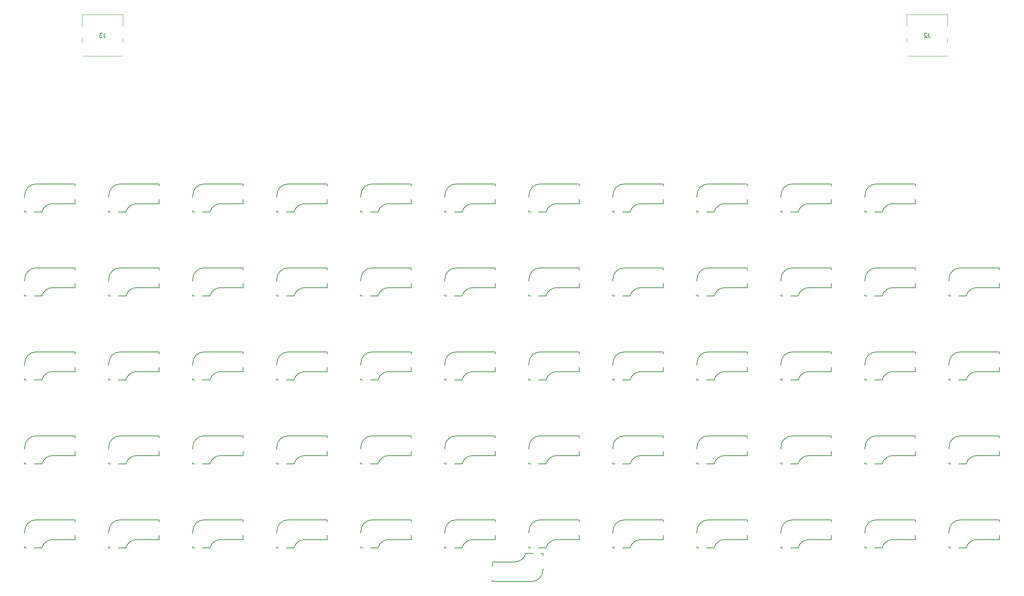
<source format=gbo>
G04 #@! TF.GenerationSoftware,KiCad,Pcbnew,(5.1.5)-3*
G04 #@! TF.CreationDate,2020-11-24T12:45:19-08:00*
G04 #@! TF.ProjectId,framework,6672616d-6577-46f7-926b-2e6b69636164,rev?*
G04 #@! TF.SameCoordinates,Original*
G04 #@! TF.FileFunction,Legend,Bot*
G04 #@! TF.FilePolarity,Positive*
%FSLAX46Y46*%
G04 Gerber Fmt 4.6, Leading zero omitted, Abs format (unit mm)*
G04 Created by KiCad (PCBNEW (5.1.5)-3) date 2020-11-24 12:45:19*
%MOMM*%
%LPD*%
G04 APERTURE LIST*
%ADD10C,0.150000*%
%ADD11C,0.120000*%
G04 APERTURE END LIST*
D10*
X424180000Y-69215000D02*
X424180000Y-69596000D01*
X415290000Y-69215000D02*
X424180000Y-69215000D01*
X412750000Y-71755000D02*
X412750000Y-72136000D01*
X413131000Y-75565000D02*
X412750000Y-75565000D01*
X416635838Y-75565000D02*
X414909000Y-75565000D01*
X424180000Y-73660000D02*
X419100000Y-73660000D01*
X424180000Y-72644000D02*
X424180000Y-73660000D01*
X416635838Y-75583960D02*
G75*
G02X419100000Y-73660000I2464162J-616040D01*
G01*
X412750000Y-75184000D02*
X412750000Y-75565000D01*
X412750000Y-71755000D02*
G75*
G02X415290000Y-69215000I2540000J0D01*
G01*
X424180000Y-88265000D02*
X424180000Y-88646000D01*
X415290000Y-88265000D02*
X424180000Y-88265000D01*
X412750000Y-90805000D02*
X412750000Y-91186000D01*
X413131000Y-94615000D02*
X412750000Y-94615000D01*
X416635838Y-94615000D02*
X414909000Y-94615000D01*
X424180000Y-92710000D02*
X419100000Y-92710000D01*
X424180000Y-91694000D02*
X424180000Y-92710000D01*
X416635838Y-94633960D02*
G75*
G02X419100000Y-92710000I2464162J-616040D01*
G01*
X412750000Y-94234000D02*
X412750000Y-94615000D01*
X412750000Y-90805000D02*
G75*
G02X415290000Y-88265000I2540000J0D01*
G01*
X538480000Y-31115000D02*
X538480000Y-31496000D01*
X529590000Y-31115000D02*
X538480000Y-31115000D01*
X527050000Y-33655000D02*
X527050000Y-34036000D01*
X527431000Y-37465000D02*
X527050000Y-37465000D01*
X530935838Y-37465000D02*
X529209000Y-37465000D01*
X538480000Y-35560000D02*
X533400000Y-35560000D01*
X538480000Y-34544000D02*
X538480000Y-35560000D01*
X530935838Y-37483960D02*
G75*
G02X533400000Y-35560000I2464162J-616040D01*
G01*
X527050000Y-37084000D02*
X527050000Y-37465000D01*
X527050000Y-33655000D02*
G75*
G02X529590000Y-31115000I2540000J0D01*
G01*
X405130000Y-50165000D02*
X405130000Y-50546000D01*
X396240000Y-50165000D02*
X405130000Y-50165000D01*
X393700000Y-52705000D02*
X393700000Y-53086000D01*
X394081000Y-56515000D02*
X393700000Y-56515000D01*
X397585838Y-56515000D02*
X395859000Y-56515000D01*
X405130000Y-54610000D02*
X400050000Y-54610000D01*
X405130000Y-53594000D02*
X405130000Y-54610000D01*
X397585838Y-56533960D02*
G75*
G02X400050000Y-54610000I2464162J-616040D01*
G01*
X393700000Y-56134000D02*
X393700000Y-56515000D01*
X393700000Y-52705000D02*
G75*
G02X396240000Y-50165000I2540000J0D01*
G01*
D11*
X330551000Y26383000D02*
X339741000Y26383000D01*
X330671000Y16973000D02*
X339621000Y16973000D01*
X339741000Y23653000D02*
X339741000Y26383000D01*
X330551000Y23653000D02*
X330551000Y26383000D01*
X339741000Y20053000D02*
X339741000Y20953000D01*
X330551000Y20053000D02*
X330551000Y20953000D01*
D10*
X423545000Y-102235000D02*
X423545000Y-101854000D01*
X432435000Y-102235000D02*
X423545000Y-102235000D01*
X434975000Y-99695000D02*
X434975000Y-99314000D01*
X434594000Y-95885000D02*
X434975000Y-95885000D01*
X431089162Y-95885000D02*
X432816000Y-95885000D01*
X423545000Y-97790000D02*
X428625000Y-97790000D01*
X423545000Y-98806000D02*
X423545000Y-97790000D01*
X431089162Y-95866040D02*
G75*
G02X428625000Y-97790000I-2464162J616040D01*
G01*
X434975000Y-96266000D02*
X434975000Y-95885000D01*
X434975000Y-99695000D02*
G75*
G02X432435000Y-102235000I-2540000J0D01*
G01*
X538480000Y-88265000D02*
X538480000Y-88646000D01*
X529590000Y-88265000D02*
X538480000Y-88265000D01*
X527050000Y-90805000D02*
X527050000Y-91186000D01*
X527431000Y-94615000D02*
X527050000Y-94615000D01*
X530935838Y-94615000D02*
X529209000Y-94615000D01*
X538480000Y-92710000D02*
X533400000Y-92710000D01*
X538480000Y-91694000D02*
X538480000Y-92710000D01*
X530935838Y-94633960D02*
G75*
G02X533400000Y-92710000I2464162J-616040D01*
G01*
X527050000Y-94234000D02*
X527050000Y-94615000D01*
X527050000Y-90805000D02*
G75*
G02X529590000Y-88265000I2540000J0D01*
G01*
X538480000Y-69215000D02*
X538480000Y-69596000D01*
X529590000Y-69215000D02*
X538480000Y-69215000D01*
X527050000Y-71755000D02*
X527050000Y-72136000D01*
X527431000Y-75565000D02*
X527050000Y-75565000D01*
X530935838Y-75565000D02*
X529209000Y-75565000D01*
X538480000Y-73660000D02*
X533400000Y-73660000D01*
X538480000Y-72644000D02*
X538480000Y-73660000D01*
X530935838Y-75583960D02*
G75*
G02X533400000Y-73660000I2464162J-616040D01*
G01*
X527050000Y-75184000D02*
X527050000Y-75565000D01*
X527050000Y-71755000D02*
G75*
G02X529590000Y-69215000I2540000J0D01*
G01*
X538480000Y-50165000D02*
X538480000Y-50546000D01*
X529590000Y-50165000D02*
X538480000Y-50165000D01*
X527050000Y-52705000D02*
X527050000Y-53086000D01*
X527431000Y-56515000D02*
X527050000Y-56515000D01*
X530935838Y-56515000D02*
X529209000Y-56515000D01*
X538480000Y-54610000D02*
X533400000Y-54610000D01*
X538480000Y-53594000D02*
X538480000Y-54610000D01*
X530935838Y-56533960D02*
G75*
G02X533400000Y-54610000I2464162J-616040D01*
G01*
X527050000Y-56134000D02*
X527050000Y-56515000D01*
X527050000Y-52705000D02*
G75*
G02X529590000Y-50165000I2540000J0D01*
G01*
X424180000Y-50165000D02*
X424180000Y-50546000D01*
X415290000Y-50165000D02*
X424180000Y-50165000D01*
X412750000Y-52705000D02*
X412750000Y-53086000D01*
X413131000Y-56515000D02*
X412750000Y-56515000D01*
X416635838Y-56515000D02*
X414909000Y-56515000D01*
X424180000Y-54610000D02*
X419100000Y-54610000D01*
X424180000Y-53594000D02*
X424180000Y-54610000D01*
X416635838Y-56533960D02*
G75*
G02X419100000Y-54610000I2464162J-616040D01*
G01*
X412750000Y-56134000D02*
X412750000Y-56515000D01*
X412750000Y-52705000D02*
G75*
G02X415290000Y-50165000I2540000J0D01*
G01*
X424180000Y-31115000D02*
X424180000Y-31496000D01*
X415290000Y-31115000D02*
X424180000Y-31115000D01*
X412750000Y-33655000D02*
X412750000Y-34036000D01*
X413131000Y-37465000D02*
X412750000Y-37465000D01*
X416635838Y-37465000D02*
X414909000Y-37465000D01*
X424180000Y-35560000D02*
X419100000Y-35560000D01*
X424180000Y-34544000D02*
X424180000Y-35560000D01*
X416635838Y-37483960D02*
G75*
G02X419100000Y-35560000I2464162J-616040D01*
G01*
X412750000Y-37084000D02*
X412750000Y-37465000D01*
X412750000Y-33655000D02*
G75*
G02X415290000Y-31115000I2540000J0D01*
G01*
X424180000Y-12065000D02*
X424180000Y-12446000D01*
X415290000Y-12065000D02*
X424180000Y-12065000D01*
X412750000Y-14605000D02*
X412750000Y-14986000D01*
X413131000Y-18415000D02*
X412750000Y-18415000D01*
X416635838Y-18415000D02*
X414909000Y-18415000D01*
X424180000Y-16510000D02*
X419100000Y-16510000D01*
X424180000Y-15494000D02*
X424180000Y-16510000D01*
X416635838Y-18433960D02*
G75*
G02X419100000Y-16510000I2464162J-616040D01*
G01*
X412750000Y-18034000D02*
X412750000Y-18415000D01*
X412750000Y-14605000D02*
G75*
G02X415290000Y-12065000I2540000J0D01*
G01*
X519430000Y-88265000D02*
X519430000Y-88646000D01*
X510540000Y-88265000D02*
X519430000Y-88265000D01*
X508000000Y-90805000D02*
X508000000Y-91186000D01*
X508381000Y-94615000D02*
X508000000Y-94615000D01*
X511885838Y-94615000D02*
X510159000Y-94615000D01*
X519430000Y-92710000D02*
X514350000Y-92710000D01*
X519430000Y-91694000D02*
X519430000Y-92710000D01*
X511885838Y-94633960D02*
G75*
G02X514350000Y-92710000I2464162J-616040D01*
G01*
X508000000Y-94234000D02*
X508000000Y-94615000D01*
X508000000Y-90805000D02*
G75*
G02X510540000Y-88265000I2540000J0D01*
G01*
X405130000Y-88265000D02*
X405130000Y-88646000D01*
X396240000Y-88265000D02*
X405130000Y-88265000D01*
X393700000Y-90805000D02*
X393700000Y-91186000D01*
X394081000Y-94615000D02*
X393700000Y-94615000D01*
X397585838Y-94615000D02*
X395859000Y-94615000D01*
X405130000Y-92710000D02*
X400050000Y-92710000D01*
X405130000Y-91694000D02*
X405130000Y-92710000D01*
X397585838Y-94633960D02*
G75*
G02X400050000Y-92710000I2464162J-616040D01*
G01*
X393700000Y-94234000D02*
X393700000Y-94615000D01*
X393700000Y-90805000D02*
G75*
G02X396240000Y-88265000I2540000J0D01*
G01*
X519430000Y-69215000D02*
X519430000Y-69596000D01*
X510540000Y-69215000D02*
X519430000Y-69215000D01*
X508000000Y-71755000D02*
X508000000Y-72136000D01*
X508381000Y-75565000D02*
X508000000Y-75565000D01*
X511885838Y-75565000D02*
X510159000Y-75565000D01*
X519430000Y-73660000D02*
X514350000Y-73660000D01*
X519430000Y-72644000D02*
X519430000Y-73660000D01*
X511885838Y-75583960D02*
G75*
G02X514350000Y-73660000I2464162J-616040D01*
G01*
X508000000Y-75184000D02*
X508000000Y-75565000D01*
X508000000Y-71755000D02*
G75*
G02X510540000Y-69215000I2540000J0D01*
G01*
X405130000Y-69215000D02*
X405130000Y-69596000D01*
X396240000Y-69215000D02*
X405130000Y-69215000D01*
X393700000Y-71755000D02*
X393700000Y-72136000D01*
X394081000Y-75565000D02*
X393700000Y-75565000D01*
X397585838Y-75565000D02*
X395859000Y-75565000D01*
X405130000Y-73660000D02*
X400050000Y-73660000D01*
X405130000Y-72644000D02*
X405130000Y-73660000D01*
X397585838Y-75583960D02*
G75*
G02X400050000Y-73660000I2464162J-616040D01*
G01*
X393700000Y-75184000D02*
X393700000Y-75565000D01*
X393700000Y-71755000D02*
G75*
G02X396240000Y-69215000I2540000J0D01*
G01*
X519430000Y-50165000D02*
X519430000Y-50546000D01*
X510540000Y-50165000D02*
X519430000Y-50165000D01*
X508000000Y-52705000D02*
X508000000Y-53086000D01*
X508381000Y-56515000D02*
X508000000Y-56515000D01*
X511885838Y-56515000D02*
X510159000Y-56515000D01*
X519430000Y-54610000D02*
X514350000Y-54610000D01*
X519430000Y-53594000D02*
X519430000Y-54610000D01*
X511885838Y-56533960D02*
G75*
G02X514350000Y-54610000I2464162J-616040D01*
G01*
X508000000Y-56134000D02*
X508000000Y-56515000D01*
X508000000Y-52705000D02*
G75*
G02X510540000Y-50165000I2540000J0D01*
G01*
X519430000Y-31115000D02*
X519430000Y-31496000D01*
X510540000Y-31115000D02*
X519430000Y-31115000D01*
X508000000Y-33655000D02*
X508000000Y-34036000D01*
X508381000Y-37465000D02*
X508000000Y-37465000D01*
X511885838Y-37465000D02*
X510159000Y-37465000D01*
X519430000Y-35560000D02*
X514350000Y-35560000D01*
X519430000Y-34544000D02*
X519430000Y-35560000D01*
X511885838Y-37483960D02*
G75*
G02X514350000Y-35560000I2464162J-616040D01*
G01*
X508000000Y-37084000D02*
X508000000Y-37465000D01*
X508000000Y-33655000D02*
G75*
G02X510540000Y-31115000I2540000J0D01*
G01*
X405130000Y-31115000D02*
X405130000Y-31496000D01*
X396240000Y-31115000D02*
X405130000Y-31115000D01*
X393700000Y-33655000D02*
X393700000Y-34036000D01*
X394081000Y-37465000D02*
X393700000Y-37465000D01*
X397585838Y-37465000D02*
X395859000Y-37465000D01*
X405130000Y-35560000D02*
X400050000Y-35560000D01*
X405130000Y-34544000D02*
X405130000Y-35560000D01*
X397585838Y-37483960D02*
G75*
G02X400050000Y-35560000I2464162J-616040D01*
G01*
X393700000Y-37084000D02*
X393700000Y-37465000D01*
X393700000Y-33655000D02*
G75*
G02X396240000Y-31115000I2540000J0D01*
G01*
X519430000Y-12065000D02*
X519430000Y-12446000D01*
X510540000Y-12065000D02*
X519430000Y-12065000D01*
X508000000Y-14605000D02*
X508000000Y-14986000D01*
X508381000Y-18415000D02*
X508000000Y-18415000D01*
X511885838Y-18415000D02*
X510159000Y-18415000D01*
X519430000Y-16510000D02*
X514350000Y-16510000D01*
X519430000Y-15494000D02*
X519430000Y-16510000D01*
X511885838Y-18433960D02*
G75*
G02X514350000Y-16510000I2464162J-616040D01*
G01*
X508000000Y-18034000D02*
X508000000Y-18415000D01*
X508000000Y-14605000D02*
G75*
G02X510540000Y-12065000I2540000J0D01*
G01*
X405130000Y-12065000D02*
X405130000Y-12446000D01*
X396240000Y-12065000D02*
X405130000Y-12065000D01*
X393700000Y-14605000D02*
X393700000Y-14986000D01*
X394081000Y-18415000D02*
X393700000Y-18415000D01*
X397585838Y-18415000D02*
X395859000Y-18415000D01*
X405130000Y-16510000D02*
X400050000Y-16510000D01*
X405130000Y-15494000D02*
X405130000Y-16510000D01*
X397585838Y-18433960D02*
G75*
G02X400050000Y-16510000I2464162J-616040D01*
G01*
X393700000Y-18034000D02*
X393700000Y-18415000D01*
X393700000Y-14605000D02*
G75*
G02X396240000Y-12065000I2540000J0D01*
G01*
X500380000Y-88265000D02*
X500380000Y-88646000D01*
X491490000Y-88265000D02*
X500380000Y-88265000D01*
X488950000Y-90805000D02*
X488950000Y-91186000D01*
X489331000Y-94615000D02*
X488950000Y-94615000D01*
X492835838Y-94615000D02*
X491109000Y-94615000D01*
X500380000Y-92710000D02*
X495300000Y-92710000D01*
X500380000Y-91694000D02*
X500380000Y-92710000D01*
X492835838Y-94633960D02*
G75*
G02X495300000Y-92710000I2464162J-616040D01*
G01*
X488950000Y-94234000D02*
X488950000Y-94615000D01*
X488950000Y-90805000D02*
G75*
G02X491490000Y-88265000I2540000J0D01*
G01*
X386080000Y-88265000D02*
X386080000Y-88646000D01*
X377190000Y-88265000D02*
X386080000Y-88265000D01*
X374650000Y-90805000D02*
X374650000Y-91186000D01*
X375031000Y-94615000D02*
X374650000Y-94615000D01*
X378535838Y-94615000D02*
X376809000Y-94615000D01*
X386080000Y-92710000D02*
X381000000Y-92710000D01*
X386080000Y-91694000D02*
X386080000Y-92710000D01*
X378535838Y-94633960D02*
G75*
G02X381000000Y-92710000I2464162J-616040D01*
G01*
X374650000Y-94234000D02*
X374650000Y-94615000D01*
X374650000Y-90805000D02*
G75*
G02X377190000Y-88265000I2540000J0D01*
G01*
X500380000Y-69215000D02*
X500380000Y-69596000D01*
X491490000Y-69215000D02*
X500380000Y-69215000D01*
X488950000Y-71755000D02*
X488950000Y-72136000D01*
X489331000Y-75565000D02*
X488950000Y-75565000D01*
X492835838Y-75565000D02*
X491109000Y-75565000D01*
X500380000Y-73660000D02*
X495300000Y-73660000D01*
X500380000Y-72644000D02*
X500380000Y-73660000D01*
X492835838Y-75583960D02*
G75*
G02X495300000Y-73660000I2464162J-616040D01*
G01*
X488950000Y-75184000D02*
X488950000Y-75565000D01*
X488950000Y-71755000D02*
G75*
G02X491490000Y-69215000I2540000J0D01*
G01*
X386080000Y-69215000D02*
X386080000Y-69596000D01*
X377190000Y-69215000D02*
X386080000Y-69215000D01*
X374650000Y-71755000D02*
X374650000Y-72136000D01*
X375031000Y-75565000D02*
X374650000Y-75565000D01*
X378535838Y-75565000D02*
X376809000Y-75565000D01*
X386080000Y-73660000D02*
X381000000Y-73660000D01*
X386080000Y-72644000D02*
X386080000Y-73660000D01*
X378535838Y-75583960D02*
G75*
G02X381000000Y-73660000I2464162J-616040D01*
G01*
X374650000Y-75184000D02*
X374650000Y-75565000D01*
X374650000Y-71755000D02*
G75*
G02X377190000Y-69215000I2540000J0D01*
G01*
X500380000Y-50165000D02*
X500380000Y-50546000D01*
X491490000Y-50165000D02*
X500380000Y-50165000D01*
X488950000Y-52705000D02*
X488950000Y-53086000D01*
X489331000Y-56515000D02*
X488950000Y-56515000D01*
X492835838Y-56515000D02*
X491109000Y-56515000D01*
X500380000Y-54610000D02*
X495300000Y-54610000D01*
X500380000Y-53594000D02*
X500380000Y-54610000D01*
X492835838Y-56533960D02*
G75*
G02X495300000Y-54610000I2464162J-616040D01*
G01*
X488950000Y-56134000D02*
X488950000Y-56515000D01*
X488950000Y-52705000D02*
G75*
G02X491490000Y-50165000I2540000J0D01*
G01*
X386080000Y-50165000D02*
X386080000Y-50546000D01*
X377190000Y-50165000D02*
X386080000Y-50165000D01*
X374650000Y-52705000D02*
X374650000Y-53086000D01*
X375031000Y-56515000D02*
X374650000Y-56515000D01*
X378535838Y-56515000D02*
X376809000Y-56515000D01*
X386080000Y-54610000D02*
X381000000Y-54610000D01*
X386080000Y-53594000D02*
X386080000Y-54610000D01*
X378535838Y-56533960D02*
G75*
G02X381000000Y-54610000I2464162J-616040D01*
G01*
X374650000Y-56134000D02*
X374650000Y-56515000D01*
X374650000Y-52705000D02*
G75*
G02X377190000Y-50165000I2540000J0D01*
G01*
X500380000Y-31115000D02*
X500380000Y-31496000D01*
X491490000Y-31115000D02*
X500380000Y-31115000D01*
X488950000Y-33655000D02*
X488950000Y-34036000D01*
X489331000Y-37465000D02*
X488950000Y-37465000D01*
X492835838Y-37465000D02*
X491109000Y-37465000D01*
X500380000Y-35560000D02*
X495300000Y-35560000D01*
X500380000Y-34544000D02*
X500380000Y-35560000D01*
X492835838Y-37483960D02*
G75*
G02X495300000Y-35560000I2464162J-616040D01*
G01*
X488950000Y-37084000D02*
X488950000Y-37465000D01*
X488950000Y-33655000D02*
G75*
G02X491490000Y-31115000I2540000J0D01*
G01*
X386080000Y-31115000D02*
X386080000Y-31496000D01*
X377190000Y-31115000D02*
X386080000Y-31115000D01*
X374650000Y-33655000D02*
X374650000Y-34036000D01*
X375031000Y-37465000D02*
X374650000Y-37465000D01*
X378535838Y-37465000D02*
X376809000Y-37465000D01*
X386080000Y-35560000D02*
X381000000Y-35560000D01*
X386080000Y-34544000D02*
X386080000Y-35560000D01*
X378535838Y-37483960D02*
G75*
G02X381000000Y-35560000I2464162J-616040D01*
G01*
X374650000Y-37084000D02*
X374650000Y-37465000D01*
X374650000Y-33655000D02*
G75*
G02X377190000Y-31115000I2540000J0D01*
G01*
X500380000Y-12065000D02*
X500380000Y-12446000D01*
X491490000Y-12065000D02*
X500380000Y-12065000D01*
X488950000Y-14605000D02*
X488950000Y-14986000D01*
X489331000Y-18415000D02*
X488950000Y-18415000D01*
X492835838Y-18415000D02*
X491109000Y-18415000D01*
X500380000Y-16510000D02*
X495300000Y-16510000D01*
X500380000Y-15494000D02*
X500380000Y-16510000D01*
X492835838Y-18433960D02*
G75*
G02X495300000Y-16510000I2464162J-616040D01*
G01*
X488950000Y-18034000D02*
X488950000Y-18415000D01*
X488950000Y-14605000D02*
G75*
G02X491490000Y-12065000I2540000J0D01*
G01*
X386080000Y-12065000D02*
X386080000Y-12446000D01*
X377190000Y-12065000D02*
X386080000Y-12065000D01*
X374650000Y-14605000D02*
X374650000Y-14986000D01*
X375031000Y-18415000D02*
X374650000Y-18415000D01*
X378535838Y-18415000D02*
X376809000Y-18415000D01*
X386080000Y-16510000D02*
X381000000Y-16510000D01*
X386080000Y-15494000D02*
X386080000Y-16510000D01*
X378535838Y-18433960D02*
G75*
G02X381000000Y-16510000I2464162J-616040D01*
G01*
X374650000Y-18034000D02*
X374650000Y-18415000D01*
X374650000Y-14605000D02*
G75*
G02X377190000Y-12065000I2540000J0D01*
G01*
X481330000Y-88265000D02*
X481330000Y-88646000D01*
X472440000Y-88265000D02*
X481330000Y-88265000D01*
X469900000Y-90805000D02*
X469900000Y-91186000D01*
X470281000Y-94615000D02*
X469900000Y-94615000D01*
X473785838Y-94615000D02*
X472059000Y-94615000D01*
X481330000Y-92710000D02*
X476250000Y-92710000D01*
X481330000Y-91694000D02*
X481330000Y-92710000D01*
X473785838Y-94633960D02*
G75*
G02X476250000Y-92710000I2464162J-616040D01*
G01*
X469900000Y-94234000D02*
X469900000Y-94615000D01*
X469900000Y-90805000D02*
G75*
G02X472440000Y-88265000I2540000J0D01*
G01*
X367030000Y-88265000D02*
X367030000Y-88646000D01*
X358140000Y-88265000D02*
X367030000Y-88265000D01*
X355600000Y-90805000D02*
X355600000Y-91186000D01*
X355981000Y-94615000D02*
X355600000Y-94615000D01*
X359485838Y-94615000D02*
X357759000Y-94615000D01*
X367030000Y-92710000D02*
X361950000Y-92710000D01*
X367030000Y-91694000D02*
X367030000Y-92710000D01*
X359485838Y-94633960D02*
G75*
G02X361950000Y-92710000I2464162J-616040D01*
G01*
X355600000Y-94234000D02*
X355600000Y-94615000D01*
X355600000Y-90805000D02*
G75*
G02X358140000Y-88265000I2540000J0D01*
G01*
X481330000Y-69215000D02*
X481330000Y-69596000D01*
X472440000Y-69215000D02*
X481330000Y-69215000D01*
X469900000Y-71755000D02*
X469900000Y-72136000D01*
X470281000Y-75565000D02*
X469900000Y-75565000D01*
X473785838Y-75565000D02*
X472059000Y-75565000D01*
X481330000Y-73660000D02*
X476250000Y-73660000D01*
X481330000Y-72644000D02*
X481330000Y-73660000D01*
X473785838Y-75583960D02*
G75*
G02X476250000Y-73660000I2464162J-616040D01*
G01*
X469900000Y-75184000D02*
X469900000Y-75565000D01*
X469900000Y-71755000D02*
G75*
G02X472440000Y-69215000I2540000J0D01*
G01*
X367030000Y-69215000D02*
X367030000Y-69596000D01*
X358140000Y-69215000D02*
X367030000Y-69215000D01*
X355600000Y-71755000D02*
X355600000Y-72136000D01*
X355981000Y-75565000D02*
X355600000Y-75565000D01*
X359485838Y-75565000D02*
X357759000Y-75565000D01*
X367030000Y-73660000D02*
X361950000Y-73660000D01*
X367030000Y-72644000D02*
X367030000Y-73660000D01*
X359485838Y-75583960D02*
G75*
G02X361950000Y-73660000I2464162J-616040D01*
G01*
X355600000Y-75184000D02*
X355600000Y-75565000D01*
X355600000Y-71755000D02*
G75*
G02X358140000Y-69215000I2540000J0D01*
G01*
X481330000Y-50165000D02*
X481330000Y-50546000D01*
X472440000Y-50165000D02*
X481330000Y-50165000D01*
X469900000Y-52705000D02*
X469900000Y-53086000D01*
X470281000Y-56515000D02*
X469900000Y-56515000D01*
X473785838Y-56515000D02*
X472059000Y-56515000D01*
X481330000Y-54610000D02*
X476250000Y-54610000D01*
X481330000Y-53594000D02*
X481330000Y-54610000D01*
X473785838Y-56533960D02*
G75*
G02X476250000Y-54610000I2464162J-616040D01*
G01*
X469900000Y-56134000D02*
X469900000Y-56515000D01*
X469900000Y-52705000D02*
G75*
G02X472440000Y-50165000I2540000J0D01*
G01*
X367030000Y-50165000D02*
X367030000Y-50546000D01*
X358140000Y-50165000D02*
X367030000Y-50165000D01*
X355600000Y-52705000D02*
X355600000Y-53086000D01*
X355981000Y-56515000D02*
X355600000Y-56515000D01*
X359485838Y-56515000D02*
X357759000Y-56515000D01*
X367030000Y-54610000D02*
X361950000Y-54610000D01*
X367030000Y-53594000D02*
X367030000Y-54610000D01*
X359485838Y-56533960D02*
G75*
G02X361950000Y-54610000I2464162J-616040D01*
G01*
X355600000Y-56134000D02*
X355600000Y-56515000D01*
X355600000Y-52705000D02*
G75*
G02X358140000Y-50165000I2540000J0D01*
G01*
X481330000Y-31115000D02*
X481330000Y-31496000D01*
X472440000Y-31115000D02*
X481330000Y-31115000D01*
X469900000Y-33655000D02*
X469900000Y-34036000D01*
X470281000Y-37465000D02*
X469900000Y-37465000D01*
X473785838Y-37465000D02*
X472059000Y-37465000D01*
X481330000Y-35560000D02*
X476250000Y-35560000D01*
X481330000Y-34544000D02*
X481330000Y-35560000D01*
X473785838Y-37483960D02*
G75*
G02X476250000Y-35560000I2464162J-616040D01*
G01*
X469900000Y-37084000D02*
X469900000Y-37465000D01*
X469900000Y-33655000D02*
G75*
G02X472440000Y-31115000I2540000J0D01*
G01*
X367030000Y-31115000D02*
X367030000Y-31496000D01*
X358140000Y-31115000D02*
X367030000Y-31115000D01*
X355600000Y-33655000D02*
X355600000Y-34036000D01*
X355981000Y-37465000D02*
X355600000Y-37465000D01*
X359485838Y-37465000D02*
X357759000Y-37465000D01*
X367030000Y-35560000D02*
X361950000Y-35560000D01*
X367030000Y-34544000D02*
X367030000Y-35560000D01*
X359485838Y-37483960D02*
G75*
G02X361950000Y-35560000I2464162J-616040D01*
G01*
X355600000Y-37084000D02*
X355600000Y-37465000D01*
X355600000Y-33655000D02*
G75*
G02X358140000Y-31115000I2540000J0D01*
G01*
X481330000Y-12065000D02*
X481330000Y-12446000D01*
X472440000Y-12065000D02*
X481330000Y-12065000D01*
X469900000Y-14605000D02*
X469900000Y-14986000D01*
X470281000Y-18415000D02*
X469900000Y-18415000D01*
X473785838Y-18415000D02*
X472059000Y-18415000D01*
X481330000Y-16510000D02*
X476250000Y-16510000D01*
X481330000Y-15494000D02*
X481330000Y-16510000D01*
X473785838Y-18433960D02*
G75*
G02X476250000Y-16510000I2464162J-616040D01*
G01*
X469900000Y-18034000D02*
X469900000Y-18415000D01*
X469900000Y-14605000D02*
G75*
G02X472440000Y-12065000I2540000J0D01*
G01*
X367030000Y-12065000D02*
X367030000Y-12446000D01*
X358140000Y-12065000D02*
X367030000Y-12065000D01*
X355600000Y-14605000D02*
X355600000Y-14986000D01*
X355981000Y-18415000D02*
X355600000Y-18415000D01*
X359485838Y-18415000D02*
X357759000Y-18415000D01*
X367030000Y-16510000D02*
X361950000Y-16510000D01*
X367030000Y-15494000D02*
X367030000Y-16510000D01*
X359485838Y-18433960D02*
G75*
G02X361950000Y-16510000I2464162J-616040D01*
G01*
X355600000Y-18034000D02*
X355600000Y-18415000D01*
X355600000Y-14605000D02*
G75*
G02X358140000Y-12065000I2540000J0D01*
G01*
X462280000Y-88265000D02*
X462280000Y-88646000D01*
X453390000Y-88265000D02*
X462280000Y-88265000D01*
X450850000Y-90805000D02*
X450850000Y-91186000D01*
X451231000Y-94615000D02*
X450850000Y-94615000D01*
X454735838Y-94615000D02*
X453009000Y-94615000D01*
X462280000Y-92710000D02*
X457200000Y-92710000D01*
X462280000Y-91694000D02*
X462280000Y-92710000D01*
X454735838Y-94633960D02*
G75*
G02X457200000Y-92710000I2464162J-616040D01*
G01*
X450850000Y-94234000D02*
X450850000Y-94615000D01*
X450850000Y-90805000D02*
G75*
G02X453390000Y-88265000I2540000J0D01*
G01*
X347980000Y-88265000D02*
X347980000Y-88646000D01*
X339090000Y-88265000D02*
X347980000Y-88265000D01*
X336550000Y-90805000D02*
X336550000Y-91186000D01*
X336931000Y-94615000D02*
X336550000Y-94615000D01*
X340435838Y-94615000D02*
X338709000Y-94615000D01*
X347980000Y-92710000D02*
X342900000Y-92710000D01*
X347980000Y-91694000D02*
X347980000Y-92710000D01*
X340435838Y-94633960D02*
G75*
G02X342900000Y-92710000I2464162J-616040D01*
G01*
X336550000Y-94234000D02*
X336550000Y-94615000D01*
X336550000Y-90805000D02*
G75*
G02X339090000Y-88265000I2540000J0D01*
G01*
X462280000Y-69215000D02*
X462280000Y-69596000D01*
X453390000Y-69215000D02*
X462280000Y-69215000D01*
X450850000Y-71755000D02*
X450850000Y-72136000D01*
X451231000Y-75565000D02*
X450850000Y-75565000D01*
X454735838Y-75565000D02*
X453009000Y-75565000D01*
X462280000Y-73660000D02*
X457200000Y-73660000D01*
X462280000Y-72644000D02*
X462280000Y-73660000D01*
X454735838Y-75583960D02*
G75*
G02X457200000Y-73660000I2464162J-616040D01*
G01*
X450850000Y-75184000D02*
X450850000Y-75565000D01*
X450850000Y-71755000D02*
G75*
G02X453390000Y-69215000I2540000J0D01*
G01*
X347980000Y-69215000D02*
X347980000Y-69596000D01*
X339090000Y-69215000D02*
X347980000Y-69215000D01*
X336550000Y-71755000D02*
X336550000Y-72136000D01*
X336931000Y-75565000D02*
X336550000Y-75565000D01*
X340435838Y-75565000D02*
X338709000Y-75565000D01*
X347980000Y-73660000D02*
X342900000Y-73660000D01*
X347980000Y-72644000D02*
X347980000Y-73660000D01*
X340435838Y-75583960D02*
G75*
G02X342900000Y-73660000I2464162J-616040D01*
G01*
X336550000Y-75184000D02*
X336550000Y-75565000D01*
X336550000Y-71755000D02*
G75*
G02X339090000Y-69215000I2540000J0D01*
G01*
X462280000Y-50165000D02*
X462280000Y-50546000D01*
X453390000Y-50165000D02*
X462280000Y-50165000D01*
X450850000Y-52705000D02*
X450850000Y-53086000D01*
X451231000Y-56515000D02*
X450850000Y-56515000D01*
X454735838Y-56515000D02*
X453009000Y-56515000D01*
X462280000Y-54610000D02*
X457200000Y-54610000D01*
X462280000Y-53594000D02*
X462280000Y-54610000D01*
X454735838Y-56533960D02*
G75*
G02X457200000Y-54610000I2464162J-616040D01*
G01*
X450850000Y-56134000D02*
X450850000Y-56515000D01*
X450850000Y-52705000D02*
G75*
G02X453390000Y-50165000I2540000J0D01*
G01*
X347980000Y-50165000D02*
X347980000Y-50546000D01*
X339090000Y-50165000D02*
X347980000Y-50165000D01*
X336550000Y-52705000D02*
X336550000Y-53086000D01*
X336931000Y-56515000D02*
X336550000Y-56515000D01*
X340435838Y-56515000D02*
X338709000Y-56515000D01*
X347980000Y-54610000D02*
X342900000Y-54610000D01*
X347980000Y-53594000D02*
X347980000Y-54610000D01*
X340435838Y-56533960D02*
G75*
G02X342900000Y-54610000I2464162J-616040D01*
G01*
X336550000Y-56134000D02*
X336550000Y-56515000D01*
X336550000Y-52705000D02*
G75*
G02X339090000Y-50165000I2540000J0D01*
G01*
X462280000Y-31115000D02*
X462280000Y-31496000D01*
X453390000Y-31115000D02*
X462280000Y-31115000D01*
X450850000Y-33655000D02*
X450850000Y-34036000D01*
X451231000Y-37465000D02*
X450850000Y-37465000D01*
X454735838Y-37465000D02*
X453009000Y-37465000D01*
X462280000Y-35560000D02*
X457200000Y-35560000D01*
X462280000Y-34544000D02*
X462280000Y-35560000D01*
X454735838Y-37483960D02*
G75*
G02X457200000Y-35560000I2464162J-616040D01*
G01*
X450850000Y-37084000D02*
X450850000Y-37465000D01*
X450850000Y-33655000D02*
G75*
G02X453390000Y-31115000I2540000J0D01*
G01*
X347980000Y-31115000D02*
X347980000Y-31496000D01*
X339090000Y-31115000D02*
X347980000Y-31115000D01*
X336550000Y-33655000D02*
X336550000Y-34036000D01*
X336931000Y-37465000D02*
X336550000Y-37465000D01*
X340435838Y-37465000D02*
X338709000Y-37465000D01*
X347980000Y-35560000D02*
X342900000Y-35560000D01*
X347980000Y-34544000D02*
X347980000Y-35560000D01*
X340435838Y-37483960D02*
G75*
G02X342900000Y-35560000I2464162J-616040D01*
G01*
X336550000Y-37084000D02*
X336550000Y-37465000D01*
X336550000Y-33655000D02*
G75*
G02X339090000Y-31115000I2540000J0D01*
G01*
X462280000Y-12065000D02*
X462280000Y-12446000D01*
X453390000Y-12065000D02*
X462280000Y-12065000D01*
X450850000Y-14605000D02*
X450850000Y-14986000D01*
X451231000Y-18415000D02*
X450850000Y-18415000D01*
X454735838Y-18415000D02*
X453009000Y-18415000D01*
X462280000Y-16510000D02*
X457200000Y-16510000D01*
X462280000Y-15494000D02*
X462280000Y-16510000D01*
X454735838Y-18433960D02*
G75*
G02X457200000Y-16510000I2464162J-616040D01*
G01*
X450850000Y-18034000D02*
X450850000Y-18415000D01*
X450850000Y-14605000D02*
G75*
G02X453390000Y-12065000I2540000J0D01*
G01*
X347980000Y-12065000D02*
X347980000Y-12446000D01*
X339090000Y-12065000D02*
X347980000Y-12065000D01*
X336550000Y-14605000D02*
X336550000Y-14986000D01*
X336931000Y-18415000D02*
X336550000Y-18415000D01*
X340435838Y-18415000D02*
X338709000Y-18415000D01*
X347980000Y-16510000D02*
X342900000Y-16510000D01*
X347980000Y-15494000D02*
X347980000Y-16510000D01*
X340435838Y-18433960D02*
G75*
G02X342900000Y-16510000I2464162J-616040D01*
G01*
X336550000Y-18034000D02*
X336550000Y-18415000D01*
X336550000Y-14605000D02*
G75*
G02X339090000Y-12065000I2540000J0D01*
G01*
X443230000Y-88265000D02*
X443230000Y-88646000D01*
X434340000Y-88265000D02*
X443230000Y-88265000D01*
X431800000Y-90805000D02*
X431800000Y-91186000D01*
X432181000Y-94615000D02*
X431800000Y-94615000D01*
X435685838Y-94615000D02*
X433959000Y-94615000D01*
X443230000Y-92710000D02*
X438150000Y-92710000D01*
X443230000Y-91694000D02*
X443230000Y-92710000D01*
X435685838Y-94633960D02*
G75*
G02X438150000Y-92710000I2464162J-616040D01*
G01*
X431800000Y-94234000D02*
X431800000Y-94615000D01*
X431800000Y-90805000D02*
G75*
G02X434340000Y-88265000I2540000J0D01*
G01*
X328930000Y-88265000D02*
X328930000Y-88646000D01*
X320040000Y-88265000D02*
X328930000Y-88265000D01*
X317500000Y-90805000D02*
X317500000Y-91186000D01*
X317881000Y-94615000D02*
X317500000Y-94615000D01*
X321385838Y-94615000D02*
X319659000Y-94615000D01*
X328930000Y-92710000D02*
X323850000Y-92710000D01*
X328930000Y-91694000D02*
X328930000Y-92710000D01*
X321385838Y-94633960D02*
G75*
G02X323850000Y-92710000I2464162J-616040D01*
G01*
X317500000Y-94234000D02*
X317500000Y-94615000D01*
X317500000Y-90805000D02*
G75*
G02X320040000Y-88265000I2540000J0D01*
G01*
X443230000Y-69215000D02*
X443230000Y-69596000D01*
X434340000Y-69215000D02*
X443230000Y-69215000D01*
X431800000Y-71755000D02*
X431800000Y-72136000D01*
X432181000Y-75565000D02*
X431800000Y-75565000D01*
X435685838Y-75565000D02*
X433959000Y-75565000D01*
X443230000Y-73660000D02*
X438150000Y-73660000D01*
X443230000Y-72644000D02*
X443230000Y-73660000D01*
X435685838Y-75583960D02*
G75*
G02X438150000Y-73660000I2464162J-616040D01*
G01*
X431800000Y-75184000D02*
X431800000Y-75565000D01*
X431800000Y-71755000D02*
G75*
G02X434340000Y-69215000I2540000J0D01*
G01*
X328930000Y-69215000D02*
X328930000Y-69596000D01*
X320040000Y-69215000D02*
X328930000Y-69215000D01*
X317500000Y-71755000D02*
X317500000Y-72136000D01*
X317881000Y-75565000D02*
X317500000Y-75565000D01*
X321385838Y-75565000D02*
X319659000Y-75565000D01*
X328930000Y-73660000D02*
X323850000Y-73660000D01*
X328930000Y-72644000D02*
X328930000Y-73660000D01*
X321385838Y-75583960D02*
G75*
G02X323850000Y-73660000I2464162J-616040D01*
G01*
X317500000Y-75184000D02*
X317500000Y-75565000D01*
X317500000Y-71755000D02*
G75*
G02X320040000Y-69215000I2540000J0D01*
G01*
X443230000Y-50165000D02*
X443230000Y-50546000D01*
X434340000Y-50165000D02*
X443230000Y-50165000D01*
X431800000Y-52705000D02*
X431800000Y-53086000D01*
X432181000Y-56515000D02*
X431800000Y-56515000D01*
X435685838Y-56515000D02*
X433959000Y-56515000D01*
X443230000Y-54610000D02*
X438150000Y-54610000D01*
X443230000Y-53594000D02*
X443230000Y-54610000D01*
X435685838Y-56533960D02*
G75*
G02X438150000Y-54610000I2464162J-616040D01*
G01*
X431800000Y-56134000D02*
X431800000Y-56515000D01*
X431800000Y-52705000D02*
G75*
G02X434340000Y-50165000I2540000J0D01*
G01*
X328930000Y-50165000D02*
X328930000Y-50546000D01*
X320040000Y-50165000D02*
X328930000Y-50165000D01*
X317500000Y-52705000D02*
X317500000Y-53086000D01*
X317881000Y-56515000D02*
X317500000Y-56515000D01*
X321385838Y-56515000D02*
X319659000Y-56515000D01*
X328930000Y-54610000D02*
X323850000Y-54610000D01*
X328930000Y-53594000D02*
X328930000Y-54610000D01*
X321385838Y-56533960D02*
G75*
G02X323850000Y-54610000I2464162J-616040D01*
G01*
X317500000Y-56134000D02*
X317500000Y-56515000D01*
X317500000Y-52705000D02*
G75*
G02X320040000Y-50165000I2540000J0D01*
G01*
X443230000Y-31115000D02*
X443230000Y-31496000D01*
X434340000Y-31115000D02*
X443230000Y-31115000D01*
X431800000Y-33655000D02*
X431800000Y-34036000D01*
X432181000Y-37465000D02*
X431800000Y-37465000D01*
X435685838Y-37465000D02*
X433959000Y-37465000D01*
X443230000Y-35560000D02*
X438150000Y-35560000D01*
X443230000Y-34544000D02*
X443230000Y-35560000D01*
X435685838Y-37483960D02*
G75*
G02X438150000Y-35560000I2464162J-616040D01*
G01*
X431800000Y-37084000D02*
X431800000Y-37465000D01*
X431800000Y-33655000D02*
G75*
G02X434340000Y-31115000I2540000J0D01*
G01*
X328930000Y-31115000D02*
X328930000Y-31496000D01*
X320040000Y-31115000D02*
X328930000Y-31115000D01*
X317500000Y-33655000D02*
X317500000Y-34036000D01*
X317881000Y-37465000D02*
X317500000Y-37465000D01*
X321385838Y-37465000D02*
X319659000Y-37465000D01*
X328930000Y-35560000D02*
X323850000Y-35560000D01*
X328930000Y-34544000D02*
X328930000Y-35560000D01*
X321385838Y-37483960D02*
G75*
G02X323850000Y-35560000I2464162J-616040D01*
G01*
X317500000Y-37084000D02*
X317500000Y-37465000D01*
X317500000Y-33655000D02*
G75*
G02X320040000Y-31115000I2540000J0D01*
G01*
X443230000Y-12065000D02*
X443230000Y-12446000D01*
X434340000Y-12065000D02*
X443230000Y-12065000D01*
X431800000Y-14605000D02*
X431800000Y-14986000D01*
X432181000Y-18415000D02*
X431800000Y-18415000D01*
X435685838Y-18415000D02*
X433959000Y-18415000D01*
X443230000Y-16510000D02*
X438150000Y-16510000D01*
X443230000Y-15494000D02*
X443230000Y-16510000D01*
X435685838Y-18433960D02*
G75*
G02X438150000Y-16510000I2464162J-616040D01*
G01*
X431800000Y-18034000D02*
X431800000Y-18415000D01*
X431800000Y-14605000D02*
G75*
G02X434340000Y-12065000I2540000J0D01*
G01*
X328930000Y-12065000D02*
X328930000Y-12446000D01*
X320040000Y-12065000D02*
X328930000Y-12065000D01*
X317500000Y-14605000D02*
X317500000Y-14986000D01*
X317881000Y-18415000D02*
X317500000Y-18415000D01*
X321385838Y-18415000D02*
X319659000Y-18415000D01*
X328930000Y-16510000D02*
X323850000Y-16510000D01*
X328930000Y-15494000D02*
X328930000Y-16510000D01*
X321385838Y-18433960D02*
G75*
G02X323850000Y-16510000I2464162J-616040D01*
G01*
X317500000Y-18034000D02*
X317500000Y-18415000D01*
X317500000Y-14605000D02*
G75*
G02X320040000Y-12065000I2540000J0D01*
G01*
D11*
X517509000Y26383000D02*
X526699000Y26383000D01*
X517629000Y16973000D02*
X526579000Y16973000D01*
X526699000Y23653000D02*
X526699000Y26383000D01*
X517509000Y23653000D02*
X517509000Y26383000D01*
X526699000Y20053000D02*
X526699000Y20953000D01*
X517509000Y20053000D02*
X517509000Y20953000D01*
D10*
X335479333Y22137619D02*
X335479333Y21423333D01*
X335526952Y21280476D01*
X335622190Y21185238D01*
X335765047Y21137619D01*
X335860285Y21137619D01*
X335098380Y22137619D02*
X334479333Y22137619D01*
X334812666Y21756666D01*
X334669809Y21756666D01*
X334574571Y21709047D01*
X334526952Y21661428D01*
X334479333Y21566190D01*
X334479333Y21328095D01*
X334526952Y21232857D01*
X334574571Y21185238D01*
X334669809Y21137619D01*
X334955523Y21137619D01*
X335050761Y21185238D01*
X335098380Y21232857D01*
X522437333Y22137619D02*
X522437333Y21423333D01*
X522484952Y21280476D01*
X522580190Y21185238D01*
X522723047Y21137619D01*
X522818285Y21137619D01*
X522008761Y22042380D02*
X521961142Y22090000D01*
X521865904Y22137619D01*
X521627809Y22137619D01*
X521532571Y22090000D01*
X521484952Y22042380D01*
X521437333Y21947142D01*
X521437333Y21851904D01*
X521484952Y21709047D01*
X522056380Y21137619D01*
X521437333Y21137619D01*
M02*

</source>
